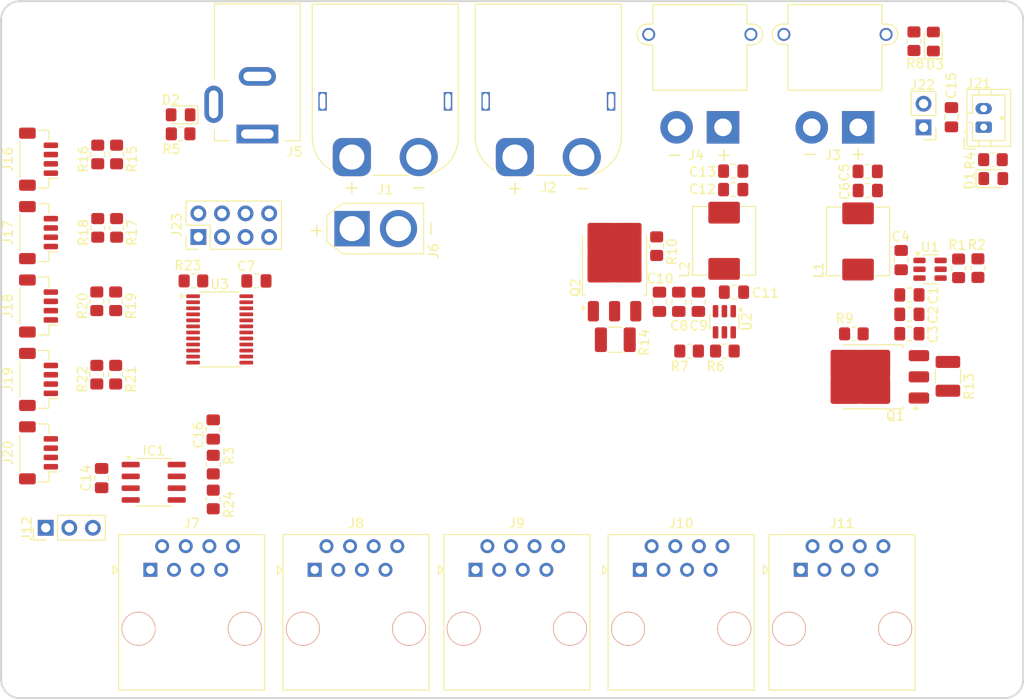
<source format=kicad_pcb>
(kicad_pcb (version 20240108) (generator "pcbnew") (generator_version "8.0")
  (layers (0 "F.Cu" signal "SIG1") (1 "In1.Cu" power "GND1") (2 "In2.Cu" signal "GND2") (31 "B.Cu" signal "SIG2") (34 "B.Paste" user) (35 "F.Paste" user) (36 "B.SilkS" user "B.Silkscreen") (37 "F.SilkS" user "F.Silkscreen") (38 "B.Mask" user) (39 "F.Mask" user) (44 "Edge.Cuts" user))
  (net 0 "")
  (net 1 "GND")
  (net 2 "Net-(U1-SW)")
  (net 3 "Net-(U1-VBST)")
  (net 4 "+5V")
  (net 5 "+3V3")
  (net 6 "Net-(U2-SW)")
  (net 7 "Net-(U2-VBST)")
  (net 8 "Net-(D1-A)")
  (net 9 "Net-(D2-A)")
  (net 10 "Net-(D3-A)")
  (net 11 "C_TX")
  (net 12 "C_RX")
  (net 13 "CANN")
  (net 14 "CANP")
  (net 15 "+12V")
  (net 20 "SCL1")
  (net 21 "GPIO_GCLK")
  (net 22 "SDA1")
  (net 23 "SDAS0")
  (net 24 "SCLS0")
  (net 25 "SDAS1")
  (net 26 "SCLS1")
  (net 27 "SCLS2")
  (net 28 "SDAS2")
  (net 29 "SDAS3")
  (net 30 "SCLS3")
  (net 31 "Net-(U1-VFB)")
  (net 32 "Net-(U2-VFB)")
  (net 43 "Net-(C16-Pad1)")
  (net 44 "Net-(Q1-S)")
  (net 45 "Net-(Q2-S)")
  (net 46 "Net-(Q1-G)")
  (net 47 "Net-(Q2-G)")
  (footprint "MountingHole:MountingHole_4.3mm_M4_DIN965" (layer "F.Cu") (at 121.5 90.8)
    (property "Reference" "H4" (hide yes))
    (property "Value" "M4" (hide yes))
    (pad "" np_thru_hole circle (at 0 0) (size 4.3 4.3) (drill 4.3) (layers "*.Cu" "*.Mask"))
  )
  (footprint "Connector_BarrelJack:BarrelJack_Kycon_KLDX-0202-xC_Horizontal" (layer "F.Cu") (at 43.075 34.095 -90)
    (property "Reference" "J5" (at 1.9 -4 0) (layer "F.SilkS"))
    (property "Value" "Barrel_Jack" (hide yes))
    (pad "1" thru_hole rect (at 0 0 270) (size 2 4.5) (drill oval 1 3.5) (layers "*.Cu" "*.Mask") (net 15 "+12V"))
    (pad "2" thru_hole oval (at -6.2 0 270) (size 2 4) (drill oval 1 3) (layers "*.Cu" "*.Mask") (net 1 "GND"))
    (pad "3" thru_hole oval (at -3.2 4.7) (size 2 4) (drill oval 1 3) (layers "*.Cu" "*.Mask"))
  )
  (footprint "Connector_JST:JST_PH_B2B-PH-K_1x02_P2.00mm_Vertical" (layer "F.Cu") (at 121.246571 33.355001 90)
    (property "Reference" "J21" (at 4.701571 -0.519999 180) (layer "F.SilkS"))
    (property "Value" "B2B-PH_K" (hide yes))
    (pad "1" thru_hole roundrect (at 0 0 90) (size 1.2 1.75) (drill 0.75) (layers "*.Cu" "*.Mask") (roundrect_rratio 0.208333) (net 4 "+5V"))
    (pad "2" thru_hole oval (at 2 0 90) (size 1.2 1.75) (drill 0.75) (layers "*.Cu" "*.Mask") (net 1 "GND"))
  )
  (footprint "Connector_AMASS:AMASS_XT60PW-M_1x02_P7.20mm_Horizontal" (layer "F.Cu") (at 70.795 36.575)
    (property "Reference" "J2" (at 3.606094 3.27843 180) (layer "F.SilkS"))
    (property "Value" "XT60PW-M" (hide yes))
    (fp_text user "-" (at 7.306094 3.27843 180) (layer "F.SilkS") (effects (font (size 1.5 1.5))))
    (fp_text user "+" (at 0.006094 3.27843 180) (layer "F.SilkS") (effects (font (size 1.5 1.5))))
    (pad "" thru_hole rect (at -3.15 -6) (size 0.9 2) (drill oval 0.6 1.7) (layers "*.Cu" "*.Mask"))
    (pad "" thru_hole rect (at 10.35 -6) (size 0.9 2) (drill oval 0.6 1.7) (layers "*.Cu" "*.Mask"))
    (pad "1" thru_hole roundrect (at 0 0) (size 4.1 4.1) (drill 2.7) (layers "*.Cu" "*.Mask") (net 15 "+12V"))
    (pad "2" thru_hole circle (at 7.2 0) (size 4.1 4.1) (drill 2.7) (layers "*.Cu" "*.Mask") (net 1 "GND"))
  )
  (footprint "Connector_JST:JST_SH_BM04B-SRSS-TB_1x04-1MP_P1.00mm_Vertical" (layer "F.Cu") (at 19.525 36.805 90)
    (property "Reference" "J16" (at 0 -3.3 90) (layer "F.SilkS"))
    (property "Value" "BM04B-SRSS-TB" (hide yes))
    (pad "1" smd roundrect (at -1.5 1.325 90) (size 0.6 1.55) (layers "F.Cu" "F.Paste" "F.Mask") (net 24 "SCLS0"))
    (pad "2" smd roundrect (at -0.5 1.325 90) (size 0.6 1.55) (layers "F.Cu" "F.Paste" "F.Mask") (net 23 "SDAS0"))
    (pad "3" smd roundrect (at 0.5 1.325 90) (size 0.6 1.55) (layers "F.Cu" "F.Paste" "F.Mask") (net 5 "+3V3"))
    (pad "4" smd roundrect (at 1.5 1.325 90) (size 0.6 1.55) (layers "F.Cu" "F.Paste" "F.Mask") (net 1 "GND"))
    (pad "MP" smd roundrect (at -2.8 -1.2 90) (size 1.2 1.8) (layers "F.Cu" "F.Paste" "F.Mask") (roundrect_rratio 0.208333))
    (pad "MP" smd roundrect (at 2.8 -1.2 90) (size 1.2 1.8) (layers "F.Cu" "F.Paste" "F.Mask") (roundrect_rratio 0.208333))
  )
  (footprint "Capacitor_SMD:C_0805_2012Metric_Pad1.18x1.45mm_HandSolder" (layer "F.Cu") (at 108.765 38.115)
    (property "Reference" "C5" (at -2.53 0.12 90) (layer "F.SilkS"))
    (property "Value" "22uF" (hide yes))
    (pad "1" smd roundrect (at -1.0375 0) (size 1.175 1.45) (layers "F.Cu" "F.Paste" "F.Mask") (roundrect_rratio 0.212766) (net 4 "+5V"))
    (pad "2" smd roundrect (at 1.0375 0) (size 1.175 1.45) (layers "F.Cu" "F.Paste" "F.Mask") (roundrect_rratio 0.212766) (net 1 "GND"))
  )
  (footprint "Capacitor_SMD:C_0805_2012Metric_Pad1.18x1.45mm_HandSolder" (layer "F.Cu") (at 113.251571 55.590001 180)
    (property "Reference" "C3" (at -2.55 -0.06 90) (layer "F.SilkS"))
    (property "Value" "0.1uF" (hide yes))
    (pad "1" smd roundrect (at -1.0375 0 180) (size 1.175 1.45) (layers "F.Cu" "F.Paste" "F.Mask") (roundrect_rratio 0.212766) (net 44 "Net-(Q1-S)"))
    (pad "2" smd roundrect (at 1.0375 0 180) (size 1.175 1.45) (layers "F.Cu" "F.Paste" "F.Mask") (roundrect_rratio 0.212766) (net 1 "GND"))
  )
  (footprint "Capacitor_SMD:C_0805_2012Metric_Pad1.18x1.45mm_HandSolder" (layer "F.Cu") (at 108.775 40.175)
    (property "Reference" "C6" (at -2.48 0.05 90) (layer "F.SilkS"))
    (property "Value" "22uF" (hide yes))
    (pad "1" smd roundrect (at -1.0375 0) (size 1.175 1.45) (layers "F.Cu" "F.Paste" "F.Mask") (roundrect_rratio 0.212766) (net 4 "+5V"))
    (pad "2" smd roundrect (at 1.0375 0) (size 1.175 1.45) (layers "F.Cu" "F.Paste" "F.Mask") (roundrect_rratio 0.212766) (net 1 "GND"))
  )
  (footprint "Capacitor_SMD:C_0805_2012Metric_Pad1.18x1.45mm_HandSolder" (layer "F.Cu") (at 88.431094 52.15343 90)
    (property "Reference" "C8" (at -2.57 0.04 0) (layer "F.SilkS"))
    (property "Value" "10uF" (hide yes))
    (pad "1" smd roundrect (at -1.0375 0 90) (size 1.175 1.45) (layers "F.Cu" "F.Paste" "F.Mask") (roundrect_rratio 0.212766) (net 45 "Net-(Q2-S)"))
    (pad "2" smd roundrect (at 1.0375 0 90) (size 1.175 1.45) (layers "F.Cu" "F.Paste" "F.Mask") (roundrect_rratio 0.212766) (net 1 "GND"))
  )
  (footprint "Connector_AMASS:AMASS_XT30PW-M_1x02_P2.50mm_Horizontal" (layer "F.Cu") (at 93.195 33.375)
    (property "Reference" "J4" (at -2.9 3 0) (layer "F.SilkS"))
    (property "Value" "XT30PW-M" (hide yes))
    (fp_text user "+" (at 0.1 2.9 0) (layer "F.SilkS") (effects (font (size 1.5 1.5))))
    (fp_text user "-" (at -5.2 2.9 0) (layer "F.SilkS") (effects (font (size 1.5 1.5))))
    (pad "" thru_hole circle (at -8 -10) (size 1.4 1.4) (drill 1) (layers "*.Cu" "*.Mask"))
    (pad "" thru_hole circle (at 3 -10) (size 1.4 1.4) (drill 1) (layers "*.Cu" "*.Mask"))
    (pad "1" thru_hole rect (at 0 0) (size 3.5 3.5) (drill 1.9) (layers "*.Cu" "*.Mask") (net 5 "+3V3"))
    (pad "2" thru_hole circle (at -5 0) (size 3.5 3.5) (drill 1.9) (layers "*.Cu" "*.Mask") (net 1 "GND"))
  )
  (footprint "Resistor_SMD:R_0805_2012Metric_Pad1.20x1.40mm_HandSolder" (layer "F.Cu") (at 86.050477 46.163429 -90)
    (property "Reference" "R10" (at 0.6 -1.65 90) (layer "F.SilkS"))
    (property "Value" "100" (hide yes))
    (pad "1" smd roundrect (at -1 0 270) (size 1.2 1.4) (layers "F.Cu" "F.Paste" "F.Mask") (roundrect_rratio 0.208333) (net 47 "Net-(Q2-G)"))
    (pad "2" smd roundrect (at 1 0 270) (size 1.2 1.4) (layers "F.Cu" "F.Paste" "F.Mask") (roundrect_rratio 0.208333) (net 1 "GND"))
  )
  (footprint "MountingHole:MountingHole_4.3mm_M4_DIN965" (layer "F.Cu") (at 19.5 90.8)
    (property "Reference" "H3" (hide yes))
    (property "Value" "M4" (hide yes))
    (pad "" np_thru_hole circle (at 0 0) (size 4.3 4.3) (drill 4.3) (layers "*.Cu" "*.Mask"))
  )
  (footprint "Resistor_SMD:R_0805_2012Metric_Pad1.20x1.40mm_HandSolder" (layer "F.Cu") (at 93.391094 57.45343)
    (property "Reference" "R6" (at -1 1.65 0) (layer "F.SilkS"))
    (property "Value" "33.2K" (hide yes))
    (pad "1" smd roundrect (at -1 0) (size 1.2 1.4) (layers "F.Cu" "F.Paste" "F.Mask") (roundrect_rratio 0.208333) (net 32 "Net-(U2-VFB)"))
    (pad "2" smd roundrect (at 1 0) (size 1.2 1.4) (layers "F.Cu" "F.Paste" "F.Mask") (roundrect_rratio 0.208333) (net 5 "+3V3"))
  )
  (footprint "Connector_AMASS:AMASS_XT30PW-M_1x02_P2.50mm_Horizontal" (layer "F.Cu") (at 107.745 33.375)
    (property "Reference" "J3" (at -2.7 3 0) (layer "F.SilkS"))
    (property "Value" "XT30PW-M" (hide yes))
    (fp_text user "+" (at 0 2.8 0) (layer "F.SilkS") (effects (font (size 1.5 1.5))))
    (fp_text user "-" (at -5.2 2.8 0) (layer "F.SilkS") (effects (font (size 1.5 1.5))))
    (pad "" thru_hole circle (at -8 -10) (size 1.4 1.4) (drill 1) (layers "*.Cu" "*.Mask"))
    (pad "" thru_hole circle (at 3 -10) (size 1.4 1.4) (drill 1) (layers "*.Cu" "*.Mask"))
    (pad "1" thru_hole rect (at 0 0) (size 3.5 3.5) (drill 1.9) (layers "*.Cu" "*.Mask") (net 4 "+5V"))
    (pad "2" thru_hole circle (at -5 0) (size 3.5 3.5) (drill 1.9) (layers "*.Cu" "*.Mask") (net 1 "GND"))
  )
  (footprint "Capacitor_SMD:C_0805_2012Metric_Pad1.18x1.45mm_HandSolder" (layer "F.Cu") (at 94.290478 40.075)
    (property "Reference" "C12" (at -3.321572 -0.04157 0) (layer "F.SilkS"))
    (property "Value" "22uF" (hide yes))
    (pad "1" smd roundrect (at -1.0375 0) (size 1.175 1.45) (layers "F.Cu" "F.Paste" "F.Mask") (roundrect_rratio 0.212766) (net 5 "+3V3"))
    (pad "2" smd roundrect (at 1.0375 0) (size 1.175 1.45) (layers "F.Cu" "F.Paste" "F.Mask") (roundrect_rratio 0.212766) (net 1 "GND"))
  )
  (footprint "Package_TO_SOT_SMD:TO-252-3_TabPin2" (layer "F.Cu") (at 109.236572 60.22843 180)
    (property "Reference" "Q1" (at -2.5 -4.2 0) (layer "F.SilkS"))
    (property "Value" "FQD11P06TM" (hide yes))
    (pad "1" smd roundrect (at -5.04 -2.28 180) (size 2.2 1.2) (layers "F.Cu" "F.Paste" "F.Mask") (roundrect_rratio 0.208333) (net 15 "+12V"))
    (pad "2" smd roundrect (at -5.04 0 180) (size 2.2 1.2) (layers "F.Cu" "F.Paste" "F.Mask") (roundrect_rratio 0.208333) (net 46 "Net-(Q1-G)"))
    (pad "2" smd roundrect (at -0.415 -1.525 180) (size 3.05 2.75) (layers "F.Cu" "F.Paste") (roundrect_rratio 0.090909) (net 46 "Net-(Q1-G)"))
    (pad "2" smd roundrect (at -0.415 1.525 180) (size 3.05 2.75) (layers "F.Cu" "F.Paste") (roundrect_rratio 0.090909) (net 46 "Net-(Q1-G)"))
    (pad "2" smd roundrect (at 1.26 0 180) (size 6.4 5.8) (layers "F.Cu" "F.Mask") (roundrect_rratio 0.043103) (net 46 "Net-(Q1-G)"))
    (pad "2" smd roundrect (at 2.935 -1.525 180) (size 3.05 2.75) (layers "F.Cu" "F.Paste") (roundrect_rratio 0.090909) (net 46 "Net-(Q1-G)"))
    (pad "2" smd roundrect (at 2.935 1.525 180) (size 3.05 2.75) (layers "F.Cu" "F.Paste") (roundrect_rratio 0.090909) (net 46 "Net-(Q1-G)"))
    (pad "3" smd roundrect (at -5.04 2.28 180) (size 2.2 1.2) (layers "F.Cu" "F.Paste" "F.Mask") (roundrect_rratio 0.208333) (net 44 "Net-(Q1-S)"))
  )
  (footprint "MountingHole:MountingHole_4.3mm_M4_DIN965" (layer "F.Cu") (at 19.5 23.8)
    (property "Reference" "H1" (hide yes))
    (property "Value" "M4" (hide yes))
    (pad "" np_thru_hole circle (at 0 0) (size 4.3 4.3) (drill 4.3) (layers "*.Cu" "*.Mask"))
  )
  (footprint "Resistor_SMD:R_0805_2012Metric_Pad1.20x1.40mm_HandSolder" (layer "F.Cu") (at 38.325 69.675 90)
    (property "Reference" "R3" (at 0.95 1.7 90) (layer "F.SilkS"))
    (property "Value" "60" (hide yes))
    (pad "1" smd roundrect (at -1 0 90) (size 1.2 1.4) (layers "F.Cu" "F.Paste" "F.Mask") (roundrect_rratio 0.208333) (net 14 "CANP"))
    (pad "2" smd roundrect (at 1 0 90) (size 1.2 1.4) (layers "F.Cu" "F.Paste" "F.Mask") (roundrect_rratio 0.208333) (net 43 "Net-(C16-Pad1)"))
  )
  (footprint "Capacitor_SMD:C_0805_2012Metric_Pad1.18x1.45mm_HandSolder" (layer "F.Cu") (at 113.251571 53.500001 180)
    (property "Reference" "C2" (at -2.56 -0.05 90) (layer "F.SilkS"))
    (property "Value" "10uF" (hide yes))
    (pad "1" smd roundrect (at -1.0375 0 180) (size 1.175 1.45) (layers "F.Cu" "F.Paste" "F.Mask") (roundrect_rratio 0.212766) (net 44 "Net-(Q1-S)"))
    (pad "2" smd roundrect (at 1.0375 0 180) (size 1.175 1.45) (layers "F.Cu" "F.Paste" "F.Mask") (roundrect_rratio 0.212766) (net 1 "GND"))
  )
  (footprint "Package_TO_SOT_SMD:TO-252-3_TabPin2" (layer "F.Cu") (at 81.521095 48.125001 90)
    (property "Reference" "Q2" (at -2.5 -4.2 90) (layer "F.SilkS"))
    (property "Value" "FQD11P06TM" (hide yes))
    (pad "1" smd roundrect (at -5.04 -2.28 90) (size 2.2 1.2) (layers "F.Cu" "F.Paste" "F.Mask") (roundrect_rratio 0.208333) (net 15 "+12V"))
    (pad "2" smd roundrect (at -5.04 0 90) (size 2.2 1.2) (layers "F.Cu" "F.Paste" "F.Mask") (roundrect_rratio 0.208333) (net 47 "Net-(Q2-G)"))
    (pad "2" smd roundrect (at -0.415 -1.525 90) (size 3.05 2.75) (layers "F.Cu" "F.Paste") (roundrect_rratio 0.090909) (net 47 "Net-(Q2-G)"))
    (pad "2" smd roundrect (at -0.415 1.525 90) (size 3.05 2.75) (layers "F.Cu" "F.Paste") (roundrect_rratio 0.090909) (net 47 "Net-(Q2-G)"))
    (pad "2" smd roundrect (at 1.26 0 90) (size 6.4 5.8) (layers "F.Cu" "F.Mask") (roundrect_rratio 0.043103) (net 47 "Net-(Q2-G)"))
    (pad "2" smd roundrect (at 2.935 -1.525 90) (size 3.05 2.75) (layers "F.Cu" "F.Paste") (roundrect_rratio 0.090909) (net 47 "Net-(Q2-G)"))
    (pad "2" smd roundrect (at 2.935 1.525 90) (size 3.05 2.75) (layers "F.Cu" "F.Paste") (roundrect_rratio 0.090909) (net 47 "Net-(Q2-G)"))
    (pad "3" smd roundrect (at -5.04 2.28 90) (size 2.2 1.2) (layers "F.Cu" "F.Paste" "F.Mask") (roundrect_rratio 0.208333) (net 45 "Net-(Q2-S)"))
  )
  (footprint "Connector_RJ:RJ45_OST_PJ012-8P8CX_Vertical" (layer "F.Cu") (at 101.56 80.995)
    (property "Reference" "J11" (at 4.45 -5 0) (layer "F.SilkS"))
    (property "Value" "RJ45")
    (pad "" np_thru_hole circle (at -1.27 6.35) (size 3.65 3.65) (drill 3.45) (layers "*.Cu" "*.SilkS" "*.Mask"))
    (pad "" np_thru_hole circle (at 10.16 6.35) (size 3.65 3.65) (drill 3.45) (layers "*.Cu" "*.SilkS" "*.Mask"))
    (pad "1" thru_hole rect (at 0 0) (size 1.5 1.5) (drill 0.9) (layers "*.Cu" "*.Mask") (net 15 "+12V"))
    (pad "2" thru_hole circle (at 1.27 -2.54) (size 1.5 1.5) (drill 0.9) (layers "*.Cu" "*.Mask") (net 15 "+12V"))
    (pad "3" thru_hole circle (at 2.54 0) (size 1.5 1.5) (drill 0.9) (layers "*.Cu" "*.Mask") (net 15 "+12V"))
    (pad "4" thru_hole circle (at 3.81 -2.54) (size 1.5 1.5) (drill 0.9) (layers "*.Cu" "*.Mask") (net 1 "GND"))
    (pad "5" thru_hole circle (at 5.08 0) (size 1.5 1.5) (drill 0.9) (layers "*.Cu" "*.Mask") (net 1 "GND"))
    (pad "6" thru_hole circle (at 6.35 -2.54) (size 1.5 1.5) (drill 0.9) (layers "*.Cu" "*.Mask") (net 1 "GND"))
    (pad "7" thru_hole circle (at 7.62 0) (size 1.5 1.5) (drill 0.9) (layers "*.Cu" "*.Mask") (net 14 "CANP"))
    (pad "8" thru_hole circle (at 8.89 -2.54) (size 1.5 1.5) (drill 0.9) (layers "*.Cu" "*.Mask") (net 13 "CANN"))
  )
  (footprint "Package_TO_SOT_SMD:SOT-23-6" (layer "F.Cu") (at 115.476571 48.650001)
    (property "Reference" "U1" (at 0 -2.4 0) (layer "F.SilkS"))
    (property "Value" "TPS565208" (hide yes))
    (pad "1" smd roundrect (at -1.1375 -0.95) (size 1.325 0.6) (layers "F.Cu" "F.Paste" "F.Mask") (net 1 "GND"))
    (pad "2" smd roundrect (at -1.1375 0) (size 1.325 0.6) (layers "F.Cu" "F.Paste" "F.Mask") (net 2 "Net-(U1-SW)"))
    (pad "3" smd roundrect (at -1.1375 0.95) (size 1.325 0.6) (layers "F.Cu" "F.Paste" "F.Mask") (net 44 "Net-(Q1-S)"))
    (pad "4" smd roundrect (at 1.1375 0.95) (size 1.325 0.6) (layers "F.Cu" "F.Paste" "F.Mask") (net 31 "Net-(U1-VFB)"))
    (pad "5" smd roundrect (at 1.1375 0) (size 1.325 0.6) (layers "F.Cu" "F.Paste" "F.Mask"))
    (pad "6" smd roundrect (at 1.1375 -0.95) (size 1.325 0.6) (layers "F.Cu" "F.Paste" "F.Mask") (net 3 "Net-(U1-VBST)"))
  )
  (footprint "Capacitor_SMD:C_0805_2012Metric_Pad1.18x1.45mm_HandSolder" (layer "F.Cu") (at 38.325 65.895 90)
    (property "Reference" "C16" (at -0.6 -1.58 90) (layer "F.SilkS"))
    (property "Value" "560pF" (hide yes))
    (pad "1" smd roundrect (at -1.0375 0 90) (size 1.175 1.45) (layers "F.Cu" "F.Paste" "F.Mask") (roundrect_rratio 0.212766) (net 43 "Net-(C16-Pad1)"))
    (pad "2" smd roundrect (at 1.0375 0 90) (size 1.175 1.45) (layers "F.Cu" "F.Paste" "F.Mask") (roundrect_rratio 0.212766) (net 1 "GND"))
  )
  (footprint "Connector_PinHeader_2.54mm:PinHeader_1x02_P2.54mm_Vertical" (layer "F.Cu") (at 114.775 33.375 180)
    (property "Reference" "J22" (at 0.1 4.57 0) (layer "F.SilkS"))
    (property "Value" "Conn_01x02" (hide yes))
    (pad "1" thru_hole rect (at 0 0 180) (size 1.7 1.7) (drill 1) (layers "*.Cu" "*.Mask") (net 4 "+5V"))
    (pad "2" thru_hole oval (at 0 2.54 180) (size 1.7 1.7) (drill 1) (layers "*.Cu" "*.Mask") (net 1 "GND"))
  )
  (footprint "Connector_RJ:RJ45_OST_PJ012-8P8CX_Vertical" (layer "F.Cu") (at 31.56 80.995)
    (property "Reference" "J7" (at 4.45 -5 0) (layer "F.SilkS"))
    (property "Value" "RJ45")
    (pad "" np_thru_hole circle (at -1.27 6.35) (size 3.65 3.65) (drill 3.45) (layers "*.Cu" "*.SilkS" "*.Mask"))
    (pad "" np_thru_hole circle (at 10.16 6.35) (size 3.65 3.65) (drill 3.45) (layers "*.Cu" "*.SilkS" "*.Mask"))
    (pad "1" thru_hole rect (at 0 0) (size 1.5 1.5) (drill 0.9) (layers "*.Cu" "*.Mask") (net 15 "+12V"))
    (pad "2" thru_hole circle (at 1.27 -2.54) (size 1.5 1.5) (drill 0.9) (layers "*.Cu" "*.Mask") (net 15 "+12V"))
    (pad "3" thru_hole circle (at 2.54 0) (size 1.5 1.5) (drill 0.9) (layers "*.Cu" "*.Mask") (net 15 "+12V"))
    (pad "4" thru_hole circle (at 3.81 -2.54) (size 1.5 1.5) (drill 0.9) (layers "*.Cu" "*.Mask") (net 1 "GND"))
    (pad "5" thru_hole circle (at 5.08 0) (size 1.5 1.5) (drill 0.9) (layers "*.Cu" "*.Mask") (net 1 "GND"))
    (pad "6" thru_hole circle (at 6.35 -2.54) (size 1.5 1.5) (drill 0.9) (layers "*.Cu" "*.Mask") (net 1 "GND"))
    (pad "7" thru_hole circle (at 7.62 0) (size 1.5 1.5) (drill 0.9) (layers "*.Cu" "*.Mask") (net 14 "CANP"))
    (pad "8" thru_hole circle (at 8.89 -2.54) (size 1.5 1.5) (drill 0.9) (layers "*.Cu" "*.Mask") (net 13 "CANN"))
  )
  (footprint "Resistor_SMD:R_0805_2012Metric_Pad1.20x1.40mm_HandSolder" (layer "F.Cu") (at 27.825 52.095 -90)
    (property "Reference" "R19" (at 0.5 -1.65 90) (layer "F.SilkS"))
    (property "Value" "4.7K" (hide yes))
    (pad "1" smd roundrect (at -1 0 270) (size 1.2 1.4) (layers "F.Cu" "F.Paste" "F.Mask") (roundrect_rratio 0.208333) (net 5 "+3V3"))
    (pad "2" smd roundrect (at 1 0 270) (size 1.2 1.4) (layers "F.Cu" "F.Paste" "F.Mask") (roundrect_rratio 0.208333) (net 27 "SCLS2"))
  )
  (footprint "Capacitor_SMD:C_0805_2012Metric_Pad1.18x1.45mm_HandSolder" (layer "F.Cu") (at 113.251571 51.410001 180)
    (property "Reference" "C1" (at -2.57 -0.04 90) (layer "F.SilkS"))
    (property "Value" "10uF" (hide yes))
    (pad "1" smd roundrect (at -1.0375 0 180) (size 1.175 1.45) (layers "F.Cu" "F.Paste" "F.Mask") (roundrect_rratio 0.212766) (net 44 "Net-(Q1-S)"))
    (pad "2" smd roundrect (at 1.0375 0 180) (size 1.175 1.45) (layers "F.Cu" "F.Paste" "F.Mask") (roundrect_rratio 0.212766) (net 1 "GND"))
  )
  (footprint "Resistor_SMD:R_0805_2012Metric_Pad1.20x1.40mm_HandSolder" (layer "F.Cu") (at 120.626571 48.525001 -90)
    (property "Reference" "R2" (at -2.501571 0.129999 180) (layer "F.SilkS"))
    (property "Value" "10K" (hide yes))
    (pad "1" smd roundrect (at -1 0 270) (size 1.2 1.4) (layers "F.Cu" "F.Paste" "F.Mask") (roundrect_rratio 0.208333) (net 1 "GND"))
    (pad "2" smd roundrect (at 1 0 270) (size 1.2 1.4) (layers "F.Cu" "F.Paste" "F.Mask") (roundrect_rratio 0.208333) (net 31 "Net-(U1-VFB)"))
  )
  (footprint "Resistor_SMD:R_0805_2012Metric_Pad1.20x1.40mm_HandSolder" (layer "F.Cu") (at 27.925 44.195 -90)
    (property "Reference" "R17" (at 0.5 -1.65 90) (layer "F.SilkS"))
    (property "Value" "4.7K" (hide yes))
    (pad "1" smd roundrect (at -1 0 270) (size 1.2 1.4) (layers "F.Cu" "F.Paste" "F.Mask") (roundrect_rratio 0.208333) (net 5 "+3V3"))
    (pad "2" smd roundrect (at 1 0 270) (size 1.2 1.4) (layers "F.Cu" "F.Paste" "F.Mask") (roundrect_rratio 0.208333) (net 26 "SCLS1"))
  )
  (footprint "Package_TO_SOT_SMD:SOT-23-6" (layer "F.Cu") (at 93.341094 54.30343 -90)
    (property "Reference" "U2" (at 0 -2.4 90) (layer "F.SilkS"))
    (property "Value" "TPS565208" (hide yes))
    (pad "1" smd roundrect (at -1.1375 -0.95 270) (size 1.325 0.6) (layers "F.Cu" "F.Paste" "F.Mask") (net 1 "GND"))
    (pad "2" smd roundrect (at -1.1375 0 270) (size 1.325 0.6) (layers "F.Cu" "F.Paste" "F.Mask") (net 6 "Net-(U2-SW)"))
    (pad "3" smd roundrect (at -1.1375 0.95 270) (size 1.325 0.6) (layers "F.Cu" "F.Paste" "F.Mask") (net 45 "Net-(Q2-S)"))
    (pad "4" smd roundrect (at 1.1375 0.95 270) (size 1.325 0.6) (layers "F.Cu" "F.Paste" "F.Mask") (net 32 "Net-(U2-VFB)"))
    (pad "5" smd roundrect (at 1.1375 0 270) (size 1.325 0.6) (layers "F.Cu" "F.Paste" "F.Mask"))
    (pad "6" smd roundrect (at 1.1375 -0.95 270) (size 1.325 0.6) (layers "F.Cu" "F.Paste" "F.Mask") (net 7 "Net-(U2-VBST)"))
  )
  (footprint "Inductor_SMD:L_Abracon_ASPI-0630LR" (layer "F.Cu") (at 93.311094 45.58343 90)
    (property "Reference" "L2" (at -3.1 -4.25 90) (layer "F.SilkS"))
    (property "Value" "2.2uH" (hide yes))
    (pad "1" smd roundrect (at -3.025 0 90) (size 2.35 3.4) (layers "F.Cu" "F.Paste" "F.Mask") (roundrect_rratio 0.1) (net 6 "Net-(U2-SW)"))
    (pad "2" smd roundrect (at 3.025 0 90) (size 2.35 3.4) (layers "F.Cu" "F.Paste" "F.Mask") (roundrect_rratio 0.1) (net 5 "+3V3"))
  )
  (footprint "Connector_PinHeader_2.54mm:PinHeader_2x04_P2.54mm_Vertical" (layer "F.Cu") (at 36.725 45.175 90)
    (property "Reference" "J23" (at 1.27 -2.33 90) (layer "F.SilkS"))
    (property "Value" "Conn_02x04_Odd_Even" (hide yes))
    (pad "1" thru_hole rect (at 0 0 90) (size 1.7 1.7) (drill 1) (layers "*.Cu" "*.Mask"))
    (pad "2" thru_hole oval (at 2.54 0 90) (size 1.7 1.7) (drill 1) (layers "*.Cu" "*.Mask"))
    (pad "3" thru_hole oval (at 0 2.54 90) (size 1.7 1.7) (drill 1) (layers "*.Cu" "*.Mask") (net 22 "SDA1"))
    (pad "4" thru_hole oval (at 2.54 2.54 90) (size 1.7 1.7) (drill 1) (layers "*.Cu" "*.Mask"))
    (pad "5" thru_hole oval (at 0 5.08 90) (size 1.7 1.7) (drill 1) (layers "*.Cu" "*.Mask") (net 20 "SCL1"))
    (pad "6" thru_hole oval (at 2.54 5.08 90) (size 1.7 1.7) (drill 1) (layers "*.Cu" "*.Mask") (net 1 "GND"))
    (pad "7" thru_hole oval (at 0 7.62 90) (size 1.7 1.7) (drill 1) (layers "*.Cu" "*.Mask") (net 21 "GPIO_GCLK"))
    (pad "8" thru_hole oval (at 2.54 7.62 90) (size 1.7 1.7) (drill 1) (layers "*.Cu" "*.Mask"))
  )
  (footprint "Resistor_SMD:R_0805_2012Metric_Pad1.20x1.40mm_HandSolder" (layer "F.Cu") (at 25.795 52.095 -90)
    (property "Reference" "R20" (at 0.5 1.55 90) (layer "F.SilkS"))
    (property "Value" "4.7K" (hide yes))
    (pad "1" smd roundrect (at -1 0 270) (size 1.2 1.4) (layers "F.Cu" "F.Paste" "F.Mask") (roundrect_rratio 0.208333) (net 5 "+3V3"))
    (pad "2" smd roundrect (at 1 0 270) (size 1.2 1.4) (layers "F.Cu" "F.Paste" "F.Mask") (roundrect_rratio 0.208333) (net 28 "SDAS2"))
  )
  (footprint "Diode_SMD:D_0805_2012Metric_Pad1.15x1.40mm_HandSolder" (layer "F.Cu") (at 34.816571 32.025001 180)
    (property "Reference" "D2" (at 1.054999 1.606571 180) (layer "F.SilkS"))
    (property "Value" "LED" (hide yes))
    (pad "1" smd roundrect (at -1.025 0 180) (size 1.15 1.4) (layers "F.Cu" "F.Paste" "F.Mask") (roundrect_rratio 0.217391) (net 1 "GND"))
    (pad "2" smd roundrect (at 1.025 0 180) (size 1.15 1.4) (layers "F.Cu" "F.Paste" "F.Mask") (roundrect_rratio 0.217391) (net 9 "Net-(D2-A)"))
  )
  (footprint "Connector_AMASS:AMASS_XT30U-F_1x02_P5.0mm_Vertical" (layer "F.Cu") (at 53.266571 44.275001)
    (property "Reference" "J6" (at 8.78 2.43 90) (layer "F.SilkS"))
    (property "Value" "XT30U_F" (hide yes))
    (fp_text user "+" (at -3.8 0.1 0) (layer "F.SilkS") (effects (font (size 1.5 1.5))))
    (fp_text user "-" (at 8.38 0.03 90) (layer "F.SilkS") (effects (font (size 1.5 1.5))))
    (pad "1" thru_hole rect (at 0 0) (size 3.8 3.8) (drill 2.7) (layers "*.Cu" "*.Mask") (net 15 "+12V"))
    (pad "2" thru_hole circle (at 5 0) (size 4 4) (drill 2.7) (layers "*.Cu" "*.Mask") (net 1 "GND"))
  )
  (footprint "Resistor_SMD:R_0805_2012Metric_Pad1.20x1.40mm_HandSolder" (layer "F.Cu") (at 25.895 36.295 -90)
    (property "Reference" "R16" (at 0.5 1.55 90) (layer "F.SilkS"))
    (property "Value" "4.7K" (hide yes))
    (pad "1" smd roundrect (at -1 0 270) (size 1.2 1.4) (layers "F.Cu" "F.Paste" "F.Mask") (roundrect_rratio 0.208333) (net 5 "+3V3"))
    (pad "2" smd roundrect (at 1 0 270) (size 1.2 1.4) (layers "F.Cu" "F.Paste" "F.Mask") (roundrect_rratio 0.208333) (net 23 "SDAS0"))
  )
  (footprint "Capacitor_SMD:C_0805_2012Metric_Pad1.18x1.45mm_HandSolder" (layer "F.Cu") (at 86.351094 52.15343 90)
    (property "Reference" "C10" (at 2.5 0.07 0) (layer "F.SilkS"))
    (property "Value" "10uF" (hide yes))
    (pad "1" smd roundrect (at -1.0375 0 90) (size 1.175 1.45) (layers "F.Cu" "F.Paste" "F.Mask") (roundrect_rratio 0.212766) (net 45 "Net-(Q2-S)"))
    (pad "2" smd roundrect (at 1.0375 0 90) (size 1.175 1.45) (layers "F.Cu" "F.Paste" "F.Mask") (roundrect_rratio 0.212766) (net 1 "GND"))
  )
  (footprint "Resistor_SMD:R_0805_2012Metric_Pad1.20x1.40mm_HandSolder" (layer "F.Cu") (at 89.541094 57.45343)
    (property "Reference" "R7" (at -1 1.65 0) (layer "F.SilkS"))
    (property "Value" "10K" (hide yes))
    (pad "1" smd roundrect (at -1 0) (size 1.2 1.4) (layers "F.Cu" "F.Paste" "F.Mask") (roundrect_rratio 0.208333) (net 1 "GND"))
    (pad "2" smd roundrect (at 1 0) (size 1.2 1.4) (layers "F.Cu" "F.Paste" "F.Mask") (roundrect_rratio 0.208333) (net 32 "Net-(U2-VFB)"))
  )
  (footprint "Connector_PinHeader_2.54mm:PinHeader_1x03_P2.54mm_Vertical" (layer "F.Cu") (at 20.296571 76.475001 90)
    (property "Reference" "J12" (at -0.1 -2.03 90) (layer "F.SilkS"))
    (property "Value" "Conn_01x03" (hide yes))
    (pad "1" thru_hole rect (at 0 0 90) (size 1.7 1.7) (drill 1) (layers "*.Cu" "*.Mask") (net 11 "C_TX"))
    (pad "2" thru_hole oval (at 0 2.54 90) (size 1.7 1.7) (drill 1) (layers "*.Cu" "*.Mask") (net 12 "C_RX"))
    (pad "3" thru_hole oval (at 0 5.08 90) (size 1.7 1.7) (drill 1) (layers "*.Cu" "*.Mask") (net 1 "GND"))
  )
  (footprint "Resistor_SMD:R_0805_2012Metric_Pad1.20x1.40mm_HandSolder" (layer "F.Cu") (at 25.895 44.195 -90)
    (property "Reference" "R18" (at 0.5 1.55 90) (layer "F.SilkS"))
    (property "Value" "4.7K" (hide yes))
    (pad "1" smd roundrect (at -1 0 270) (size 1.2 1.4) (layers "F.Cu" "F.Paste" "F.Mask") (roundrect_rratio 0.208333) (net 5 "+3V3"))
    (pad "2" smd roundrect (at 1 0 270) (size 1.2 1.4) (layers "F.Cu" "F.Paste" "F.Mask") (roundrect_rratio 0.208333) (net 25 "SDAS1"))
  )
  (footprint "Resistor_SMD:R_0805_2012Metric_Pad1.20x1.40mm_HandSolder" (layer "F.Cu") (at 107.276572 55.60343)
    (property "Reference" "R9" (at -1 -1.65 0) (layer "F.SilkS"))
    (property "Value" "100" (hide yes))
    (pad "1" smd roundrect (at -1 0) (size 1.2 1.4) (layers "F.Cu" "F.Paste" "F.Mask") (roundrect_rratio 0.208333) (net 46 "Net-(Q1-G)"))
    (pad "2" smd roundrect (at 1 0) (size 1.2 1.4) (layers "F.Cu" "F.Paste" "F.Mask") (roundrect_rratio 0.208333) (net 1 "GND"))
  )
  (footprint "Resistor_SMD:R_0805_2012Metric_Pad1.20x1.40mm_HandSolder" (layer "F.Cu") (at 34.816571 34.075001)
    (property "Reference" "R5" (at -1 1.65 0) (layer "F.SilkS"))
    (property "Value" "500" (hide yes))
    (pad "1" smd roundrect (at -1 0) (size 1.2 1.4) (layers "F.Cu" "F.Paste" "F.Mask") (roundrect_rratio 0.208333) (net 9 "Net-(D2-A)"))
    (pad "2" smd roundrect (at 1 0) (size 1.2 1.4) (layers "F.Cu" "F.Paste" "F.Mask") (roundrect_rratio 0.208333) (net 15 "+12V"))
  )
  (footprint "Capacitor_SMD:C_0805_2012Metric_Pad1.18x1.45mm_HandSolder" (layer "F.Cu") (at 112.366571 47.665001 -90)
    (property "Reference" "C4" (at -2.54 0.03 0) (layer "F.SilkS"))
    (property "Value" "0.1uF" (hide yes))
    (pad "1" smd roundrect (at -1.0375 0 270) (size 1.175 1.45) (layers "F.Cu" "F.Paste" "F.Mask") (roundrect_rratio 0.212766) (net 3 "Net-(U1-VBST)"))
    (pad "2" smd roundrect (at 1.0375 0 270) (size 1.175 1.45) (layers "F.Cu" "F.Paste" "F.Mask") (roundrect_rratio 0.212766) (net 2 "Net-(U1-SW)"))
  )
  (footprint "Resistor_SMD:R_1210_3225Metric_Pad1.30x2.65mm_HandSolder" (layer "F.Cu") (at 117.396572 60.17343 -90)
    (property "Reference" "R13" (at 1.1 -2.28 90) (layer "F.SilkS"))
    (property "Value" "0" (hide yes))
    (pad "1" smd roundrect (at -1.55 0 270) (size 1.3 2.65) (layers "F.Cu" "F.Paste" "F.Mask") (roundrect_rratio 0.192308) (net 44 "Net-(Q1-S)"))
    (pad "2" smd roundrect (at 1.55 0 270) (size 1.3 2.65) (layers "F.Cu" "F.Paste" "F.Mask") (roundrect_rratio 0.192308) (net 15 "+12V"))
  )
  (footprint "Capacitor_SMD:C_0805_2012Metric_Pad1.18x1.45mm_HandSolder" (layer "F.Cu") (at 94.371094 51.11343 180)
    (property "Reference" "C11" (at -3.4 -0.08 0) (layer "F.SilkS"))
    (property "Value" "0.1uF" (hide yes))
    (pad "1" smd roundrect (at -1.0375 0 180) (size 1.175 1.45) (layers "F.Cu" "F.Paste" "F.Mask") (roundrect_rratio 0.212766) (net 7 "Net-(U2-VBST)"))
    (pad "2" smd roundrect (at 1.0375 0 180) (size 1.175 1.45) (layers "F.Cu" "F.Paste" "F.Mask") (roundrect_rratio 0.212766) (net 6 "Net-(U2-SW)"))
  )
  (footprint "Resistor_SMD:R_1210_3225Metric_Pad1.30x2.65mm_HandSolder" (layer "F.Cu") (at 81.601095 56.235001 180)
    (property "Reference" "R14" (at -3.110001 -0.288429 90) (layer "F.SilkS"))
    (property "Value" "0" (hide yes))
    (pad "1" smd roundrect (at -1.55 0 180) (size 1.3 2.65) (layers "F.Cu" "F.Paste" "F.Mask") (roundrect_rratio 0.192308) (net 45 "Net-(Q2-S)"))
    (pad "2" smd roundrect (at 1.55 0 180) (size 1.3 2.65) (layers "F.Cu" "F.Paste" "F.Mask") (roundrect_rratio 0.192308) (net 15 "+12V"))
  )
  (footprint "Connector_JST:JST_SH_BM04B-SRSS-TB_1x04-1MP_P1.00mm_Vertical" (layer "F.Cu") (at 19.525 44.705 90)
    (property "Reference" "J17" (at 0 -3.3 90) (layer "F.SilkS"))
    (property "Value" "BM04B-SRSS-TB" (hide yes))
    (pad "1" smd roundrect (at -1.5 1.325 90) (size 0.6 1.55) (layers "F.Cu" "F.Paste" "F.Mask") (net 26 "SCLS1"))
    (pad "2" smd roundrect (at -0.5 1.325 90) (size 0.6 1.55) (layers "F.Cu" "F.Paste" "F.Mask") (net 25 "SDAS1"))
    (pad "3" smd roundrect (at 0.5 1.325 90) (size 0.6 1.55) (layers "F.Cu" "F.Paste" "F.Mask") (net 5 "+3V3"))
    (pad "4" smd roundrect (at 1.5 1.325 90) (size 0.6 1.55) (layers "F.Cu" "F.Paste" "F.Mask") (net 1 "GND"))
    (pad "MP" smd roundrect (at -2.8 -1.2 90) (size 1.2 1.8) (layers "F.Cu" "F.Paste" "F.Mask") (roundrect_rratio 0.208333))
    (pad "MP" smd roundrect (at 2.8 -1.2 90) (size 1.2 1.8) (layers "F.Cu" "F.Paste" "F.Mask") (roundrect_rratio 0.208333))
  )
  (footprint "Connector_JST:JST_SH_BM04B-SRSS-TB_1x04-1MP_P1.00mm_Vertical" (layer "F.Cu") (at 19.525 68.405 90)
    (property "Reference" "J20" (at 0 -3.3 90) (layer "F.SilkS"))
    (property "Value" "BM04B-SRSS-TB" (hide yes))
    (pad "1" smd roundrect (at -1.5 1.325 90) (size 0.6 1.55) (layers "F.Cu" "F.Paste" "F.Mask") (net 20 "SCL1"))
    (pad "2" smd roundrect (at -0.5 1.325 90) (size 0.6 1.55) (layers "F.Cu" "F.Paste" "F.Mask") (net 22 "SDA1"))
    (pad "3" smd roundrect (at 0.5 1.325 90) (size 0.6 1.55) (layers "F.Cu" "F.Paste" "F.Mask") (net 5 "+3V3"))
    (pad "4" smd roundrect (at 1.5 1.325 90) (size 0.6 1.55) (layers "F.Cu" "F.Paste" "F.Mask") (net 1 "GND"))
    (pad "MP" smd roundrect (at -2.8 -1.2 90) (size 1.2 1.8) (layers "F.Cu" "F.Paste" "F.Mask") (roundrect_rratio 0.208333))
    (pad "MP" smd roundrect (at 2.8 -1.2 90) (size 1.2 1.8) (layers "F.Cu" "F.Paste" "F.Mask") (roundrect_rratio 0.208333))
  )
  (footprint "Resistor_SMD:R_0805_2012Metric_Pad1.20x1.40mm_HandSolder" (layer "F.Cu") (at 113.74 24.105 90)
    (property "Reference" "R8" (at -2.405001 0.136571 0) (layer "F.SilkS"))
    (property "Value" "68" (hide yes))
    (pad "1" smd roundrect (at -1 0 90) (size 1.2 1.4) (layers "F.Cu" "F.Paste" "F.Mask") (roundrect_rratio 0.208333) (net 5 "+3V3"))
    (pad "2" smd roundrect (at 1 0 90) (size 1.2 1.4) (layers "F.Cu" "F.Paste" "F.Mask") (roundrect_rratio 0.208333) (net 10 "Net-(D3-A)"))
  )
  (footprint "Capacitor_SMD:C_0805_2012Metric_Pad1.18x1.45mm_HandSolder" (layer "F.Cu") (at 94.290478 38.085)
    (property "Reference" "C13" (at -3.300001 0.088429 0) (layer "F.SilkS"))
    (property "Value" "22uF" (hide yes))
    (pad "1" smd roundrect (at -1.0375 0) (size 1.175 1.45) (layers "F.Cu" "F.Paste" "F.Mask") (roundrect_rratio 0.212766) (net 5 "+3V3"))
    (pad "2" smd roundrect (at 1.0375 0) (size 1.175 1.45) (layers "F.Cu" "F.Paste" "F.Mask") (roundrect_rratio 0.212766) (net 1 "GND"))
  )
  (footprint "Resistor_SMD:R_0805_2012Metric_Pad1.20x1.40mm_HandSolder" (layer "F.Cu") (at 27.825 59.995 -90)
    (property "Reference" "R21" (at 0.5 -1.65 90) (layer "F.SilkS"))
    (property "Value" "4.7K" (hide yes))
    (pad "1" smd roundrect (at -1 0 270) (size 1.2 1.4) (layers "F.Cu" "F.Paste" "F.Mask") (roundrect_rratio 0.208333) (net 5 "+3V3"))
    (pad "2" smd roundrect (at 1 0 270) (size 1.2 1.4) (layers "F.Cu" "F.Paste" "F.Mask") (roundrect_rratio 0.208333) (net 30 "SCLS3"))
  )
  (footprint "Connector_JST:JST_SH_BM04B-SRSS-TB_1x04-1MP_P1.00mm_Vertical" (layer "F.Cu") (at 19.525 52.605 90)
    (property "Reference" "J18" (at 0 -3.3 90) (layer "F.SilkS"))
    (property "Value" "BM04B-SRSS-TB" (hide yes))
    (pad "1" smd roundrect (at -1.5 1.325 90) (size 0.6 1.55) (layers "F.Cu" "F.Paste" "F.Mask") (net 27 "SCLS2"))
    (pad "2" smd roundrect (at -0.5 1.325 90) (size 0.6 1.55) (layers "F.Cu" "F.Paste" "F.Mask") (net 28 "SDAS2"))
    (pad "3" smd roundrect (at 0.5 1.325 90) (size 0.6 1.55) (layers "F.Cu" "F.Paste" "F.Mask") (net 5 "+3V3"))
    (pad "4" smd roundrect (at 1.5 1.325 90) (size 0.6 1.55) (layers "F.Cu" "F.Paste" "F.Mask") (net 1 "GND"))
    (pad "MP" smd roundrect (at -2.8 -1.2 90) (size 1.2 1.8) (layers "F.Cu" "F.Paste" "F.Mask") (roundrect_rratio 0.208333))
    (pad "MP" smd roundrect (at 2.8 -1.2 90) (size 1.2 1.8) (layers "F.Cu" "F.Paste" "F.Mask") (roundrect_rratio 0.208333))
  )
  (footprint "Resistor_SMD:R_0805_2012Metric_Pad1.20x1.40mm_HandSolder" (layer "F.Cu") (at 25.795 59.995 -90)
    (property "Reference" "R22" (at 0.5 1.55 90) (layer "F.SilkS"))
    (property "Value" "4.7K" (hide yes))
    (pad "1" smd roundrect (at -1 0 270) (size 1.2 1.4) (layers "F.Cu" "F.Paste" "F.Mask") (roundrect_rratio 0.208333) (net 5 "+3V3"))
    (pad "2" smd roundrect (at 1 0 270) (size 1.2 1.4) (layers "F.Cu" "F.Paste" "F.Mask") (roundrect_rratio 0.208333) (net 29 "SDAS3"))
  )
  (footprint "Connector_RJ:RJ45_OST_PJ012-8P8CX_Vertical" (layer "F.Cu") (at 66.56 80.995)
    (property "Reference" "J9" (at 4.45 -5 0) (layer "F.SilkS"))
    (property "Value" "RJ45")
    (pad "" np_thru_hole circle (at -1.27 6.35) (size 3.65 3.65) (drill 3.45) (layers "*.Cu" "*.SilkS" "*.Mask"))
    (pad "" np_thru_hole circle (at 10.16 6.35) (size 3.65 3.65) (drill 3.45) (layers "*.Cu" "*.SilkS" "*.Mask"))
    (pad "1" thru_hole rect (at 0 0) (size 1.5 1.5) (drill 0.9) (layers "*.Cu" "*.Mask") (net 15 "+12V"))
    (pad "2" thru_hole circle (at 1.27 -2.54) (size 1.5 1.5) (drill 0.9) (layers "*.Cu" "*.Mask") (net 15 "+12V"))
    (pad "3" thru_hole circle (at 2.54 0) (size 1.5 1.5) (drill 0.9) (layers "*.Cu" "*.Mask") (net 15 "+12V"))
    (pad "4" thru_hole circle (at 3.81 -2.54) (size 1.5 1.5) (drill 0.9) (layers "*.Cu" "*.Mask") (net 1 "GND"))
    (pad "5" thru_hole circle (at 5.08 0) (size 1.5 1.5) (drill 0.9) (layers "*.Cu" "*.Mask") (net 1 "GND"))
    (pad "6" thru_hole circle (at 6.35 -2.54) (size 1.5 1.5) (drill 0.9) (layers "*.Cu" "*.Mask") (net 1 "GND"))
    (pad "7" thru_hole circle (at 7.62 0) (size 1.5 1.5) (drill 0.9) (layers "*.Cu" "*.Mask") (net 14 "CANP"))
    (pad "8" thru_hole circle (at 8.89 -2.54) (size 1.5 1.5) (drill 0.9) (layers "*.Cu" "*.Mask") (net 13 "CANN"))
  )
  (footprint "Resistor_SMD:R_0805_2012Metric_Pad1.20x1.40mm_HandSolder" (layer "F.Cu") (at 122.245001 36.853429)
    (property "Reference" "R4" (at -2.470001 0.101571 90) (layer "F.SilkS"))
    (property "Value" "150" (hide yes))
    (pad "1" smd roundrect (at -1 0) (size 1.2 1.4) (layers "F.Cu" "F.Paste" "F.Mask") (roundrect_rratio 0.208333) (net 4 "+5V"))
    (pad "2" smd roundrect (at 1 0) (size 1.2 1.4) (layers "F.Cu" "F.Paste" "F.Mask") (roundrect_rratio 0.208333) (net 8 "Net-(D1-A)"))
  )
  (footprint "Inductor_SMD:L_Abracon_ASPI-0630LR" (layer "F.Cu") (at 107.726571 45.655001 90)
    (property "Reference" "L1" (at -3.1 -4.25 90) (layer "F.SilkS"))
    (property "Value" "3.3uH" (hide yes))
    (pad "1" smd roundrect (at -3.025 0 90) (size 2.35 3.4) (layers "F.Cu" "F.Paste" "F.Mask") (roundrect_rratio 0.1) (net 2 "Net-(U1-SW)"))
    (pad "2" smd roundrect (at 3.025 0 90) (size 2.35 3.4) (layers "F.Cu" "F.Paste" "F.Mask") (roundrect_rratio 0.1) (net 4 "+5V"))
  )
  (footprint "Capacitor_SMD:C_0805_2012Metric_Pad1.18x1.45mm_HandSolder" (layer "F.Cu") (at 42.975 49.905)
    (property "Reference" "C7" (at -1.1 -1.58 0) (layer "F.SilkS"))
    (property "Value" "0.1uF" (hide yes))
    (pad "1" smd roundrect (at -1.0375 0) (size 1.175 1.45) (layers "F.Cu" "F.Paste" "F.Mask") (roundrect_rratio 0.212766) (net 5 "+3V3"))
    (pad "2" smd roundrect (at 1.0375 0) (size 1.175 1.45) (layers "F.Cu" "F.Paste" "F.Mask") (roundrect_rratio 0.212766) (net 1 "GND"))
  )
  (footprint "Resistor_SMD:R_0805_2012Metric_Pad1.20x1.40mm_HandSolder" (layer "F.Cu") (at 38.325 73.425 90)
    (property "Reference" "R24" (at -0.55 1.7 90) (layer "F.SilkS"))
    (property "Value" "60" (hide yes))
    (pad "1" smd roundrect (at -1 0 90) (size 1.2 1.4) (layers "F.Cu" "F.Paste" "F.Mask") (roundrect_rratio 0.208333) (net 43 "Net-(C16-Pad1)"))
    (pad "2" smd roundrect (at 1 0 90) (size 1.2 1.4) (layers "F.Cu" "F.Paste" "F.Mask") (roundrect_rratio 0.208333) (net 13 "CANN"))
  )
  (footprint "MountingHole:MountingHole_4.3mm_M4_DIN965" (layer "F.Cu") (at 121.5 23.8)
    (property "Reference" "H2" (hide yes))
    (property "Value" "M4" (hide yes))
    (pad "" np_thru_hole circle (at 0 0) (size 4.3 4.3) (drill 4.3) (layers "*.Cu" "*.Mask"))
  )
  (footprint "Connector_RJ:RJ45_OST_PJ012-8P8CX_Vertical" (layer "F.Cu") (at 84.245 80.995)
    (property "Reference" "J10" (at 4.45 -5 0) (layer "F.SilkS"))
    (property "Value" "RJ45")
    (pad "" np_thru_hole circle (at -1.27 6.35) (size 3.65 3.65) (drill 3.45) (layers "*.Cu" "*.SilkS" "*.Mask"))
    (pad "" np_thru_hole circle (at 10.16 6.35) (size 3.65 3.65) (drill 3.45) (layers "*.Cu" "*.SilkS" "*.Mask"))
    (pad "1" thru_hole rect (at 0 0) (size 1.5 1.5) (drill 0.9) (layers "*.Cu" "*.Mask") (net 15 "+12V"))
    (pad "2" thru_hole circle (at 1.27 -2.54) (size 1.5 1.5) (drill 0.9) (layers "*.Cu" "*.Mask") (net 15 "+12V"))
    (pad "3" thru_hole circle (at 2.54 0) (size 1.5 1.5) (drill 0.9) (layers "*.Cu" "*.Mask") (net 15 "+12V"))
    (pad "4" thru_hole circle (at 3.81 -2.54) (size 1.5 1.5) (drill 0.9) (layers "*.Cu" "*.Mask") (net 1 "GND"))
    (pad "5" thru_hole circle (at 5.08 0) (size 1.5 1.5) (drill 0.9) (layers "*.Cu" "*.Mask") (net 1 "GND"))
    (pad "6" thru_hole circle (at 6.35 -2.54) (size 1.5 1.5) (drill 0.9) (layers "*.Cu" "*.Mask") (net 1 "GND"))
    (pad "7" thru_hole circle (at 7.62 0) (size 1.5 1.5) (drill 0.9) (layers "*.Cu" "*.Mask") (net 14 "CANP"))
    (pad "8" thru_hole circle (at 8.89 -2.54) (size 1.5 1.5) (drill 0.9) (layers "*.Cu" "*.Mask") (net 13 "CANN"))
  )
  (footprint "Package_SO:SOIC-8_3.9x4.9mm_P1.27mm" (layer "F.Cu") (at 31.92 71.575)
    (property "Reference" "IC1" (at 0 -3.4 0) (layer "F.SilkS"))
    (property "Value" "TCAN3414DR" (hide yes))
    (pad "1" smd roundrect (at -2.475 -1.905) (size 1.95 0.6) (layers "F.Cu" "F.Paste" "F.Mask") (net 11 "C_TX"))
    (pad "2" smd roundrect (at -2.475 -0.635) (size 1.95 0.6) (layers "F.Cu" "F.Paste" "F.Mask") (net 1 "GND"))
    (pad "3" smd roundrect (at -2.475 0.635) (size 1.95 0.6) (layers "F.Cu" "F.Paste" "F.Mask") (net 5 "+3V3"))
    (pad "4" smd roundrect (at -2.475 1.905) (size 1.95 0.6) (layers "F.Cu" "F.Paste" "F.Mask") (net 12 "C_RX"))
    (pad "5" smd roundrect (at 2.475 1.905) (size 1.95 0.6) (layers "F.Cu" "F.Paste" "F.Mask") (net 1 "GND"))
    (pad "6" smd roundrect (at 2.475 0.635) (size 1.95 0.6) (layers "F.Cu" "F.Paste" "F.Mask") (net 13 "CANN"))
    (pad "7" smd roundrect (at 2.475 -0.635) (size 1.95 0.6) (layers "F.Cu" "F.Paste" "F.Mask") (net 14 "CANP"))
    (pad "8" smd roundrect (at 2.475 -1.905) (size 1.95 0.6) (layers "F.Cu" "F.Paste" "F.Mask") (net 1 "GND"))
  )
  (footprint "Capacitor_SMD:C_0805_2012Metric_Pad1.18x1.45mm_HandSolder" (layer "F.Cu") (at 90.541094 52.15343 90)
    (property "Reference" "C9" (at -2.56 0.03 0) (layer "F.SilkS"))
    (property "Value" "0.1uF" (hide yes))
    (pad "1" smd roundrect (at -1.0375 0 90) (size 1.175 1.45) (layers "F.Cu" "F.Paste" "F.Mask") (roundrect_rratio 0.212766) (net 45 "Net-(Q2-S)"))
    (pad "2" smd roundrect (at 1.0375 0 90) (size 1.175 1.45) (layers "F.Cu" "F.Paste" "F.Mask") (roundrect_rratio 0.212766) (net 1 "GND"))
  )
  (footprint "Resistor_SMD:R_0805_2012Metric_Pad1.20x1.40mm_HandSolder" (layer "F.Cu") (at 118.546571 48.545001 90)
    (property "Reference" "R1" (at 2.491571 -0.139999 0) (layer "F.SilkS"))
    (property "Value" "54.9K" (hide yes))
    (pad "1" smd roundrect (at -1 0 90) (size 1.2 1.4) (layers "F.Cu" "F.Paste" "F.Mask") (roundrect_rratio 0.208333) (net 31 "Net-(U1-VFB)"))
    (pad "2" smd roundrect (at 1 0 90) (size 1.2 1.4) (layers "F.Cu" "F.Paste" "F.Mask") (roundrect_rratio 0.208333) (net 4 "+5V"))
  )
  (footprint "Resistor_SMD:R_0805_2012Metric_Pad1.20x1.40mm_HandSolder" (layer "F.Cu") (at 27.925 36.295 -90)
    (property "Reference" "R15" (at 0.5 -1.65 90) (layer "F.SilkS"))
    (property "Value" "4.7K" (hide yes))
    (pad "1" smd roundrect (at -1 0 270) (size 1.2 1.4) (layers "F.Cu" "F.Paste" "F.Mask") (roundrect_rratio 0.208333) (net 5 "+3V3"))
    (pad "2" smd roundrect (at 1 0 270) (size 1.2 1.4) (layers "F.Cu" "F.Paste" "F.Mask") (roundrect_rratio 0.208333) (net 24 "SCLS0"))
  )
  (footprint "Diode_SMD:D_0805_2012Metric_Pad1.15x1.40mm_HandSolder" (layer "F.Cu") (at 115.831572 24.13843 90)
    (property "Reference" "D3" (at -2.479999 0.178429 0) (layer "F.SilkS"))
    (property "Value" "LED" (hide yes))
    (pad "1" smd roundrect (at -1.025 0 90) (size 1.15 1.4) (layers "F.Cu" "F.Paste" "F.Mask") (roundrect_rratio 0.217391) (net 1 "GND"))
    (pad "2" smd roundrect (at 1.025 0 90) (size 1.15 1.4) (layers "F.Cu" "F.Paste" "F.Mask") (roundrect_rratio 0.217391) (net 10 "Net-(D3-A)"))
  )
  (footprint "Connector_RJ:RJ45_OST_PJ012-8P8CX_Vertical" (layer "F.Cu") (at 49.245 80.995)
    (property "Reference" "J8" (at 4.45 -5 0) (layer "F.SilkS"))
    (property "Value" "RJ45")
    (pad "" np_thru_hole circle (at -1.27 6.35) (size 3.65 3.65) (drill 3.45) (layers "*.Cu" "*.SilkS" "*.Mask"))
    (pad "" np_thru_hole circle (at 10.16 6.35) (size 3.65 3.65) (drill 3.45) (layers "*.Cu" "*.SilkS" "*.Mask"))
    (pad "1" thru_hole rect (at 0 0) (size 1.5 1.5) (drill 0.9) (layers "*.Cu" "*.Mask") (net 15 "+12V"))
    (pad "2" thru_hole circle (at 1.27 -2.54) (size 1.5 1.5) (drill 0.9) (layers "*.Cu" "*.Mask") (net 15 "+12V"))
    (pad "3" thru_hole circle (at 2.54 0) (size 1.5 1.5) (drill 0.9) (layers "*.Cu" "*.Mask") (net 15 "+12V"))
    (pad "4" thru_hole circle (at 3.81 -2.54) (size 1.5 1.5) (drill 0.9) (layers "*.Cu" "*.Mask") (net 1 "GND"))
    (pad "5" thru_hole circle (at 5.08 0) (size 1.5 1.5) (drill 0.9) (layers "*.Cu" "*.Mask") (net 1 "GND"))
    (pad "6" thru_hole circle (at 6.35 -2.54) (size 1.5 1.5) (drill 0.9) (layers "*.Cu" "*.Mask") (net 1 "GND"))
    (pad "7" thru_hole circle (at 7.62 0) (size 1.5 1.5) (drill 0.9) (layers "*.Cu" "*.Mask") (net 14 "CANP"))
    (pad "8" thru_hole circle (at 8.89 -2.54) (size 1.5 1.5) (drill 0.9) (layers "*.Cu" "*.Mask") (net 13 "CANN"))
  )
  (footprint "Capacitor_SMD:C_0805_2012Metric_Pad1.18x1.45mm_HandSolder" (layer "F.Cu") (at 117.776571 32.285001 -90)
    (property "Reference" "C15" (at -3.4 0.02 90) (layer "F.SilkS"))
    (property "Value" "0.1uF" (hide yes))
    (pad "1" smd roundrect (at -1.0375 0 270) (size 1.175 1.45) (layers "F.Cu" "F.Paste" "F.Mask") (roundrect_rratio 0.212766) (net 1 "GND"))
    (pad "2" smd roundrect (at 1.0375 0 270) (size 1.175 1.45) (layers "F.Cu" "F.Paste" "F.Mask") (roundrect_rratio 0.212766) (net 4 "+5V"))
  )
  (footprint "Resistor_SMD:R_0805_2012Metric_Pad1.20x1.40mm_HandSolder" (layer "F.Cu") (at 36.195 49.905 180)
    (property "Reference" "R23" (at 0.6 1.65 0) (layer "F.SilkS"))
    (property "Value" "10K" (hide yes))
    (pad "1" smd roundrect (at -1 0 180) (size 1.2 1.4) (layers "F.Cu" "F.Paste" "F.Mask") (roundrect_rratio 0.208333) (net 5 "+3V3"))
    (pad "2" smd roundrect (at 1 0 180) (size 1.2 1.4) (layers "F.Cu" "F.Paste" "F.Mask") (roundrect_rratio 0.208333) (net 21 "GPIO_GCLK"))
  )
  (footprint "Connector_JST:JST_SH_BM04B-SRSS-TB_1x04-1MP_P1.00mm_Vertical" (layer "F.Cu") (at 19.525 60.505 90)
    (property "Reference" "J19" (at 0 -3.3 90) (layer "F.SilkS"))
    (property "Value" "BM04B-SRSS-TB" (hide yes))
    (pad "1" smd roundrect (at -1.5 1.325 90) (size 0.6 1.55) (layers "F.Cu" "F.Paste" "F.Mask") (net 30 "SCLS3"))
    (pad "2" smd roundrect (at -0.5 1.325 90) (size 0.6 1.55) (layers "F.Cu" "F.Paste" "F.Mask") (net 29 "SDAS3"))
    (pad "3" smd roundrect (at 0.5 1.325 90) (size 0.6 1.55) (layers "F.Cu" "F.Paste" "F.Mask") (net 5 "+3V3"))
    (pad "4" smd roundrect (at 1.5 1.325 90) (size 0.6 1.55) (layers "F.Cu" "F.Paste" "F.Mask") (net 1 "GND"))
    (pad "MP" smd roundrect (at -2.8 -1.2 90) (size 1.2 1.8) (layers "F.Cu" "F.Paste" "F.Mask") (roundrect_rratio 0.208333))
    (pad "MP" smd roundrect (at 2.8 -1.2 90) (size 1.2 1.8) (layers "F.Cu" "F.Paste" "F.Mask") (roundrect_rratio 0.208333))
  )
  (footprint "Package_SO:TSSOP-24_4.4x7.8mm_P0.65mm" (layer "F.Cu") (at 39.02 55.125)
    (property "Reference" "U3" (at 0 -4.85 0) (layer "F.SilkS"))
    (property "Value" "TCA9548APWR" (hide yes))
    (pad "1" smd roundrect (at -2.8625 -3.575) (size 1.475 0.4) (layers "F.Cu" "F.Paste" "F.Mask") (net 1 "GND"))
    (pad "2" smd roundrect (at -2.8625 -2.925) (size 1.475 0.4) (layers "F.Cu" "F.Paste" "F.Mask") (net 1 "GND"))
    (pad "3" smd roundrect (at -2.8625 -2.275) (size 1.475 0.4) (layers "F.Cu" "F.Paste" "F.Mask") (net 21 "GPIO_GCLK"))
    (pad "4" smd roundrect (at -2.8625 -1.625) (size 1.475 0.4) (layers "F.Cu" "F.Paste" "F.Mask") (net 23 "SDAS0"))
    (pad "5" smd roundrect (at -2.8625 -0.975) (size 1.475 0.4) (layers "F.Cu" "F.Paste" "F.Mask") (net 24 "SCLS0"))
    (pad "6" smd roundrect (at -2.8625 -0.325) (size 1.475 0.4) (layers "F.Cu" "F.Paste" "F.Mask") (net 25 "SDAS1"))
    (pad "7" smd roundrect (at -2.8625 0.325) (size 1.475 0.4) (layers "F.Cu" "F.Paste" "F.Mask") (net 26 "SCLS1"))
    (pad "8" smd roundrect (at -2.8625 0.975) (size 1.475 0.4) (layers "F.Cu" "F.Paste" "F.Mask") (net 28 "SDAS2"))
    (pad "9" smd roundrect (at -2.8625 1.625) (size 1.475 0.4) (layers "F.Cu" "F.Paste" "F.Mask") (net 27 "SCLS2"))
    (pad "10" smd roundrect (at -2.8625 2.275) (size 1.475 0.4) (layers "F.Cu" "F.Paste" "F.Mask") (net 29 "SDAS3"))
    (pad "11" smd roundrect (at -2.8625 2.925) (size 1.475 0.4) (layers "F.Cu" "F.Paste" "F.Mask") (net 30 "SCLS3"))
    (pad "12" smd roundrect (at -2.8625 3.575) (size 1.475 0.4) (layers "F.Cu" "F.Paste" "F.Mask") (net 1 "GND"))
    (pad "13" smd roundrect (at 2.8625 3.575) (size 1.475 0.4) (layers "F.Cu" "F.Paste" "F.Mask"))
    (pad "14" smd roundrect (at 2.8625 2.925) (size 1.475 0.4) (layers "F.Cu" "F.Paste" "F.Mask"))
    (pad "15" smd roundrect (at 2.8625 2.275) (size 1.475 0.4) (layers "F.Cu" "F.Paste" "F.Mask"))
    (pad "16" smd roundrect (at 2.8625 1.625) (size 1.475 0.4) (layers "F.Cu" "F.Paste" "F.Mask"))
    (pad "17" smd roundrect (at 2.8625 0.975) (size 1.475 0.4) (layers "F.Cu" "F.Paste" "F.Mask"))
    (pad "18" smd roundrect (at 2.8625 0.325) (size 1.475 0.4) (layers "F.Cu" "F.Paste" "F.Mask"))
    (pad "19" smd roundrect (at 2.8625 -0.325) (size 1.475 0.4) (layers "F.Cu" "F.Paste" "F.Mask"))
    (pad "20" smd roundrect (at 2.8625 -0.975) (size 1.475 0.4) (layers "F.Cu" "F.Paste" "F.Mask"))
    (pad "21" smd roundrect (at 2.8625 -1.625) (size 1.475 0.4) (layers "F.Cu" "F.Paste" "F.Mask") (net 1 "GND"))
    (pad "22" smd roundrect (at 2.8625 -2.275) (size 1.475 0.4) (layers "F.Cu" "F.Paste" "F.Mask") (net 20 "SCL1"))
    (pad "23" smd roundrect (at 2.8625 -2.925) (size 1.475 0.4) (layers "F.Cu" "F.Paste" "F.Mask") (net 22 "SDA1"))
    (pad "24" smd roundrect (at 2.8625 -3.575) (size 1.475 0.4) (layers "F.Cu" "F.Paste" "F.Mask") (net 5 "+3V3"))
  )
  (footprint "Diode_SMD:D_0805_2012Metric_Pad1.15x1.40mm_HandSolder" (layer "F.Cu") (at 122.281571 38.890001)
    (property "Reference" "D1" (at -2.569999 0.228429 90) (layer "F.SilkS"))
    (property "Value" "LED" (hide yes))
    (pad "1" smd roundrect (at -1.025 0) (size 1.15 1.4) (layers "F.Cu" "F.Paste" "F.Mask") (roundrect_rratio 0.217391) (net 1 "GND"))
    (pad "2" smd roundrect (at 1.025 0) (size 1.15 1.4) (layers "F.Cu" "F.Paste" "F.Mask") (roundrect_rratio 0.217391) (net 8 "Net-(D1-A)"))
  )
  (footprint "Capacitor_SMD:C_0805_2012Metric_Pad1.18x1.45mm_HandSolder" (layer "F.Cu") (at 26.315 71.125 90)
    (property "Reference" "C14" (at 0 -1.68 90) (layer "F.SilkS"))
    (property "Value" "0.1uF" (hide yes))
    (pad "1" smd roundrect (at -1.0375 0 90) (size 1.175 1.45) (layers "F.Cu" "F.Paste" "F.Mask") (roundrect_rratio 0.212766) (net 5 "+3V3"))
    (pad "2" smd roundrect (at 1.0375 0 90) (size 1.175 1.45) (layers "F.Cu" "F.Paste" "F.Mask") (roundrect_rratio 0.212766) (net 1 "GND"))
  )
  (footprint "Connector_AMASS:AMASS_XT60PW-M_1x02_P7.20mm_Horizontal" (layer "F.Cu") (at 53.245 36.575)
    (property "Reference" "J1" (at 3.6 3.5 0) (layer "F.SilkS"))
    (property "Value" "XT60PW-M" (hide yes))
    (fp_text user "-" (at 7.2 3.2 0) (layer "F.SilkS") (effects (font (size 1.5 1.5))))
    (fp_text user "+" (at 0 3.2 0) (layer "F.SilkS") (effects (font (size 1.5 1.5))))
    (pad "" thru_hole rect (at -3.15 -6) (size 0.9 2) (drill oval 0.6 1.7) (layers "*.Cu" "*.Mask"))
    (pad "" thru_hole rect (at 10.35 -6) (size 0.9 2) (drill oval 0.6 1.7) (layers "*.Cu" "*.Mask"))
    (pad "1" thru_hole roundrect (at 0 0) (size 4.1 4.1) (drill 2.7) (layers "*.Cu" "*.Mask") (net 15 "+12V"))
    (pad "2" thru_hole circle (at 7.2 0) (size 4.1 4.1) (drill 2.7) (layers "*.Cu" "*.Mask") (net 1 "GND"))
  )
  (gr_line (start 125.5 21.800001) (end 125.5 92.800001) (stroke (width 0.2)) (layer "Edge.Cuts"))
  (gr_line (start 15.5 21.8) (end 15.5 92.800003) (stroke (width 0.2)) (layer "Edge.Cuts"))
  (gr_arc (start 17.499999 94.800001) (mid 16.085786 94.214215) (end 15.5 92.800003) (stroke (width 0.2)) (layer "Edge.Cuts"))
  (gr_line (start 17.499999 94.800001) (end 123.5 94.800001) (stroke (width 0.2)) (layer "Edge.Cuts"))
  (gr_arc (start 125.5 92.800001) (mid 124.914213 94.214214) (end 123.5 94.800001) (stroke (width 0.2)) (layer "Edge.Cuts"))
  (gr_arc (start 123.5 19.800001) (mid 124.914213 20.385787) (end 125.5 21.800001) (stroke (width 0.2)) (layer "Edge.Cuts"))
  (gr_line (start 17.499998 19.800001) (end 123.5 19.800001) (stroke (width 0.2)) (layer "Edge.Cuts"))
  (gr_arc (start 15.5 21.8) (mid 16.085786 20.385787) (end 17.499998 19.800001) (stroke (width 0.2)) (layer "Edge.Cuts"))
)
</source>
